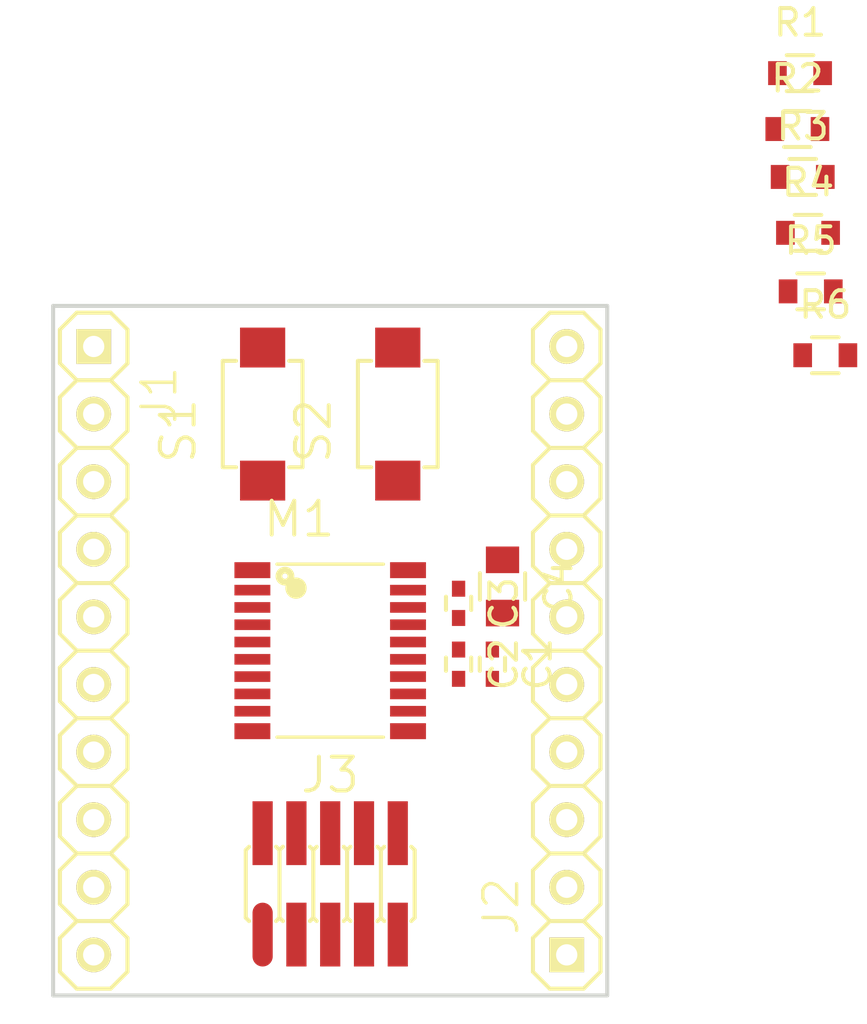
<source format=kicad_pcb>
(kicad_pcb (version 4) (host pcbnew 4.0.6-e0-6349~53~ubuntu16.04.1)

  (general
    (links 51)
    (no_connects 51)
    (area 0 0 0 0)
    (thickness 1.6)
    (drawings 4)
    (tracks 0)
    (zones 0)
    (modules 16)
    (nets 21)
  )

  (page A4)
  (layers
    (0 F.Cu signal)
    (31 B.Cu signal)
    (32 B.Adhes user)
    (33 F.Adhes user)
    (34 B.Paste user)
    (35 F.Paste user)
    (36 B.SilkS user)
    (37 F.SilkS user)
    (38 B.Mask user)
    (39 F.Mask user)
    (40 Dwgs.User user)
    (41 Cmts.User user)
    (42 Eco1.User user)
    (43 Eco2.User user)
    (44 Edge.Cuts user)
    (45 Margin user)
    (46 B.CrtYd user)
    (47 F.CrtYd user)
    (48 B.Fab user)
    (49 F.Fab user)
  )

  (setup
    (last_trace_width 0.25)
    (trace_clearance 0.2)
    (zone_clearance 0.508)
    (zone_45_only no)
    (trace_min 0.2)
    (segment_width 0.2)
    (edge_width 0.15)
    (via_size 0.6)
    (via_drill 0.4)
    (via_min_size 0.4)
    (via_min_drill 0.3)
    (uvia_size 0.3)
    (uvia_drill 0.1)
    (uvias_allowed no)
    (uvia_min_size 0.2)
    (uvia_min_drill 0.1)
    (pcb_text_width 0.3)
    (pcb_text_size 1.5 1.5)
    (mod_edge_width 0.15)
    (mod_text_size 1 1)
    (mod_text_width 0.15)
    (pad_size 1.524 1.524)
    (pad_drill 0.762)
    (pad_to_mask_clearance 0.2)
    (aux_axis_origin 0 0)
    (visible_elements FFFFFF7F)
    (pcbplotparams
      (layerselection 0x00030_80000001)
      (usegerberextensions false)
      (excludeedgelayer true)
      (linewidth 0.100000)
      (plotframeref false)
      (viasonmask false)
      (mode 1)
      (useauxorigin false)
      (hpglpennumber 1)
      (hpglpenspeed 20)
      (hpglpendiameter 15)
      (hpglpenoverlay 2)
      (psnegative false)
      (psa4output false)
      (plotreference true)
      (plotvalue true)
      (plotinvisibletext false)
      (padsonsilk false)
      (subtractmaskfromsilk false)
      (outputformat 1)
      (mirror false)
      (drillshape 1)
      (scaleselection 1)
      (outputdirectory ""))
  )

  (net 0 "")
  (net 1 /VCC)
  (net 2 /GND)
  (net 3 /PIO0_23)
  (net 4 /PIO0_17)
  (net 5 /PIO0_13)
  (net 6 /PIO0_12)
  (net 7 /PIO0_5)
  (net 8 /PIO0_4)
  (net 9 /PIO0_3)
  (net 10 /PIO0_2)
  (net 11 /PIO0_11)
  (net 12 /PIO0_10)
  (net 13 /PIO0_15)
  (net 14 /PIO0_1)
  (net 15 /PIO0_9)
  (net 16 /PIO0_8)
  (net 17 /AGND)
  (net 18 /AVCC)
  (net 19 /PIO0_0)
  (net 20 /PIO0_14)

  (net_class Default "This is the default net class."
    (clearance 0.2)
    (trace_width 0.25)
    (via_dia 0.6)
    (via_drill 0.4)
    (uvia_dia 0.3)
    (uvia_drill 0.1)
    (add_net /AGND)
    (add_net /AVCC)
    (add_net /GND)
    (add_net /PIO0_0)
    (add_net /PIO0_1)
    (add_net /PIO0_10)
    (add_net /PIO0_11)
    (add_net /PIO0_12)
    (add_net /PIO0_13)
    (add_net /PIO0_14)
    (add_net /PIO0_15)
    (add_net /PIO0_17)
    (add_net /PIO0_2)
    (add_net /PIO0_23)
    (add_net /PIO0_3)
    (add_net /PIO0_4)
    (add_net /PIO0_5)
    (add_net /PIO0_8)
    (add_net /PIO0_9)
    (add_net /VCC)
  )

  (module SquantorConnectors:SquantorConnectors-1X10_SMALL (layer F.Cu) (tedit 58010A3D) (tstamp 5874CC83)
    (at 139.7 101.6 270)
    (path /587405C9)
    (attr virtual)
    (fp_text reference J1 (at -9.6012 -2.4638 270) (layer F.SilkS)
      (effects (font (size 1.27 1.27) (thickness 0.127)))
    )
    (fp_text value PINS_1X10 (at -7 2.6 270) (layer F.Fab)
      (effects (font (size 1.27 1.27) (thickness 0.1016)))
    )
    (fp_line (start 7.62 -0.635) (end 8.255 -1.27) (layer F.SilkS) (width 0.1524))
    (fp_line (start 8.255 -1.27) (end 9.525 -1.27) (layer F.SilkS) (width 0.1524))
    (fp_line (start 9.525 -1.27) (end 10.16 -0.635) (layer F.SilkS) (width 0.1524))
    (fp_line (start 10.16 -0.635) (end 10.16 0.635) (layer F.SilkS) (width 0.1524))
    (fp_line (start 10.16 0.635) (end 9.525 1.27) (layer F.SilkS) (width 0.1524))
    (fp_line (start 9.525 1.27) (end 8.255 1.27) (layer F.SilkS) (width 0.1524))
    (fp_line (start 8.255 1.27) (end 7.62 0.635) (layer F.SilkS) (width 0.1524))
    (fp_line (start 3.175 -1.27) (end 4.445 -1.27) (layer F.SilkS) (width 0.1524))
    (fp_line (start 4.445 -1.27) (end 5.08 -0.635) (layer F.SilkS) (width 0.1524))
    (fp_line (start 5.08 -0.635) (end 5.08 0.635) (layer F.SilkS) (width 0.1524))
    (fp_line (start 5.08 0.635) (end 4.445 1.27) (layer F.SilkS) (width 0.1524))
    (fp_line (start 5.08 -0.635) (end 5.715 -1.27) (layer F.SilkS) (width 0.1524))
    (fp_line (start 5.715 -1.27) (end 6.985 -1.27) (layer F.SilkS) (width 0.1524))
    (fp_line (start 6.985 -1.27) (end 7.62 -0.635) (layer F.SilkS) (width 0.1524))
    (fp_line (start 7.62 -0.635) (end 7.62 0.635) (layer F.SilkS) (width 0.1524))
    (fp_line (start 7.62 0.635) (end 6.985 1.27) (layer F.SilkS) (width 0.1524))
    (fp_line (start 6.985 1.27) (end 5.715 1.27) (layer F.SilkS) (width 0.1524))
    (fp_line (start 5.715 1.27) (end 5.08 0.635) (layer F.SilkS) (width 0.1524))
    (fp_line (start 0 -0.635) (end 0.635 -1.27) (layer F.SilkS) (width 0.1524))
    (fp_line (start 0.635 -1.27) (end 1.905 -1.27) (layer F.SilkS) (width 0.1524))
    (fp_line (start 1.905 -1.27) (end 2.54 -0.635) (layer F.SilkS) (width 0.1524))
    (fp_line (start 2.54 -0.635) (end 2.54 0.635) (layer F.SilkS) (width 0.1524))
    (fp_line (start 2.54 0.635) (end 1.905 1.27) (layer F.SilkS) (width 0.1524))
    (fp_line (start 1.905 1.27) (end 0.635 1.27) (layer F.SilkS) (width 0.1524))
    (fp_line (start 0.635 1.27) (end 0 0.635) (layer F.SilkS) (width 0.1524))
    (fp_line (start 3.175 -1.27) (end 2.54 -0.635) (layer F.SilkS) (width 0.1524))
    (fp_line (start 2.54 0.635) (end 3.175 1.27) (layer F.SilkS) (width 0.1524))
    (fp_line (start 4.445 1.27) (end 3.175 1.27) (layer F.SilkS) (width 0.1524))
    (fp_line (start -4.445 -1.27) (end -3.175 -1.27) (layer F.SilkS) (width 0.1524))
    (fp_line (start -3.175 -1.27) (end -2.54 -0.635) (layer F.SilkS) (width 0.1524))
    (fp_line (start -2.54 -0.635) (end -2.54 0.635) (layer F.SilkS) (width 0.1524))
    (fp_line (start -2.54 0.635) (end -3.175 1.27) (layer F.SilkS) (width 0.1524))
    (fp_line (start -2.54 -0.635) (end -1.905 -1.27) (layer F.SilkS) (width 0.1524))
    (fp_line (start -1.905 -1.27) (end -0.635 -1.27) (layer F.SilkS) (width 0.1524))
    (fp_line (start -0.635 -1.27) (end 0 -0.635) (layer F.SilkS) (width 0.1524))
    (fp_line (start 0 -0.635) (end 0 0.635) (layer F.SilkS) (width 0.1524))
    (fp_line (start 0 0.635) (end -0.635 1.27) (layer F.SilkS) (width 0.1524))
    (fp_line (start -0.635 1.27) (end -1.905 1.27) (layer F.SilkS) (width 0.1524))
    (fp_line (start -1.905 1.27) (end -2.54 0.635) (layer F.SilkS) (width 0.1524))
    (fp_line (start -7.62 -0.635) (end -6.985 -1.27) (layer F.SilkS) (width 0.1524))
    (fp_line (start -6.985 -1.27) (end -5.715 -1.27) (layer F.SilkS) (width 0.1524))
    (fp_line (start -5.715 -1.27) (end -5.08 -0.635) (layer F.SilkS) (width 0.1524))
    (fp_line (start -5.08 -0.635) (end -5.08 0.635) (layer F.SilkS) (width 0.1524))
    (fp_line (start -5.08 0.635) (end -5.715 1.27) (layer F.SilkS) (width 0.1524))
    (fp_line (start -5.715 1.27) (end -6.985 1.27) (layer F.SilkS) (width 0.1524))
    (fp_line (start -6.985 1.27) (end -7.62 0.635) (layer F.SilkS) (width 0.1524))
    (fp_line (start -4.445 -1.27) (end -5.08 -0.635) (layer F.SilkS) (width 0.1524))
    (fp_line (start -5.08 0.635) (end -4.445 1.27) (layer F.SilkS) (width 0.1524))
    (fp_line (start -3.175 1.27) (end -4.445 1.27) (layer F.SilkS) (width 0.1524))
    (fp_line (start -12.065 -1.27) (end -10.795 -1.27) (layer F.SilkS) (width 0.1524))
    (fp_line (start -10.795 -1.27) (end -10.16 -0.635) (layer F.SilkS) (width 0.1524))
    (fp_line (start -10.16 -0.635) (end -10.16 0.635) (layer F.SilkS) (width 0.1524))
    (fp_line (start -10.16 0.635) (end -10.795 1.27) (layer F.SilkS) (width 0.1524))
    (fp_line (start -10.16 -0.635) (end -9.525 -1.27) (layer F.SilkS) (width 0.1524))
    (fp_line (start -9.525 -1.27) (end -8.255 -1.27) (layer F.SilkS) (width 0.1524))
    (fp_line (start -8.255 -1.27) (end -7.62 -0.635) (layer F.SilkS) (width 0.1524))
    (fp_line (start -7.62 -0.635) (end -7.62 0.635) (layer F.SilkS) (width 0.1524))
    (fp_line (start -7.62 0.635) (end -8.255 1.27) (layer F.SilkS) (width 0.1524))
    (fp_line (start -8.255 1.27) (end -9.525 1.27) (layer F.SilkS) (width 0.1524))
    (fp_line (start -9.525 1.27) (end -10.16 0.635) (layer F.SilkS) (width 0.1524))
    (fp_line (start -12.7 -0.635) (end -12.7 0.635) (layer F.SilkS) (width 0.1524))
    (fp_line (start -12.065 -1.27) (end -12.7 -0.635) (layer F.SilkS) (width 0.1524))
    (fp_line (start -12.7 0.635) (end -12.065 1.27) (layer F.SilkS) (width 0.1524))
    (fp_line (start -10.795 1.27) (end -12.065 1.27) (layer F.SilkS) (width 0.1524))
    (fp_line (start 10.795 -1.27) (end 12.065 -1.27) (layer F.SilkS) (width 0.1524))
    (fp_line (start 12.065 -1.27) (end 12.7 -0.635) (layer F.SilkS) (width 0.1524))
    (fp_line (start 12.7 -0.635) (end 12.7 0.635) (layer F.SilkS) (width 0.1524))
    (fp_line (start 12.7 0.635) (end 12.065 1.27) (layer F.SilkS) (width 0.1524))
    (fp_line (start 10.795 -1.27) (end 10.16 -0.635) (layer F.SilkS) (width 0.1524))
    (fp_line (start 10.16 0.635) (end 10.795 1.27) (layer F.SilkS) (width 0.1524))
    (fp_line (start 12.065 1.27) (end 10.795 1.27) (layer F.SilkS) (width 0.1524))
    (pad 1 thru_hole rect (at -11.43 0 270) (size 1.30556 1.30556) (drill 0.79756) (layers *.Cu *.Mask F.Paste F.SilkS)
      (net 3 /PIO0_23))
    (pad 2 thru_hole circle (at -8.89 0 270) (size 1.30556 1.30556) (drill 0.79756) (layers *.Cu *.Mask F.Paste F.SilkS)
      (net 4 /PIO0_17))
    (pad 3 thru_hole circle (at -6.35 0 270) (size 1.30556 1.30556) (drill 0.79756) (layers *.Cu *.Mask F.Paste F.SilkS)
      (net 5 /PIO0_13))
    (pad 4 thru_hole circle (at -3.81 0 270) (size 1.30556 1.30556) (drill 0.79756) (layers *.Cu *.Mask F.Paste F.SilkS)
      (net 6 /PIO0_12))
    (pad 5 thru_hole circle (at -1.27 0 270) (size 1.30556 1.30556) (drill 0.79756) (layers *.Cu *.Mask F.Paste F.SilkS)
      (net 7 /PIO0_5))
    (pad 6 thru_hole circle (at 1.27 0 270) (size 1.30556 1.30556) (drill 0.79756) (layers *.Cu *.Mask F.Paste F.SilkS)
      (net 8 /PIO0_4))
    (pad 7 thru_hole circle (at 3.81 0 270) (size 1.30556 1.30556) (drill 0.79756) (layers *.Cu *.Mask F.Paste F.SilkS)
      (net 9 /PIO0_3))
    (pad 8 thru_hole circle (at 6.35 0 270) (size 1.30556 1.30556) (drill 0.79756) (layers *.Cu *.Mask F.Paste F.SilkS)
      (net 10 /PIO0_2))
    (pad 9 thru_hole circle (at 8.89 0 270) (size 1.30556 1.30556) (drill 0.79756) (layers *.Cu *.Mask F.Paste F.SilkS)
      (net 11 /PIO0_11))
    (pad 10 thru_hole circle (at 11.43 0 270) (size 1.30556 1.30556) (drill 0.79756) (layers *.Cu *.Mask F.Paste F.SilkS)
      (net 12 /PIO0_10))
  )

  (module SquantorConnectors:SquantorConnectors-1X10_SMALL (layer F.Cu) (tedit 58010A3D) (tstamp 5874CC91)
    (at 157.48 101.6 90)
    (path /58740670)
    (attr virtual)
    (fp_text reference J2 (at -9.6012 -2.4638 90) (layer F.SilkS)
      (effects (font (size 1.27 1.27) (thickness 0.127)))
    )
    (fp_text value PINS_1X10 (at -7 2.6 90) (layer F.Fab)
      (effects (font (size 1.27 1.27) (thickness 0.1016)))
    )
    (fp_line (start 7.62 -0.635) (end 8.255 -1.27) (layer F.SilkS) (width 0.1524))
    (fp_line (start 8.255 -1.27) (end 9.525 -1.27) (layer F.SilkS) (width 0.1524))
    (fp_line (start 9.525 -1.27) (end 10.16 -0.635) (layer F.SilkS) (width 0.1524))
    (fp_line (start 10.16 -0.635) (end 10.16 0.635) (layer F.SilkS) (width 0.1524))
    (fp_line (start 10.16 0.635) (end 9.525 1.27) (layer F.SilkS) (width 0.1524))
    (fp_line (start 9.525 1.27) (end 8.255 1.27) (layer F.SilkS) (width 0.1524))
    (fp_line (start 8.255 1.27) (end 7.62 0.635) (layer F.SilkS) (width 0.1524))
    (fp_line (start 3.175 -1.27) (end 4.445 -1.27) (layer F.SilkS) (width 0.1524))
    (fp_line (start 4.445 -1.27) (end 5.08 -0.635) (layer F.SilkS) (width 0.1524))
    (fp_line (start 5.08 -0.635) (end 5.08 0.635) (layer F.SilkS) (width 0.1524))
    (fp_line (start 5.08 0.635) (end 4.445 1.27) (layer F.SilkS) (width 0.1524))
    (fp_line (start 5.08 -0.635) (end 5.715 -1.27) (layer F.SilkS) (width 0.1524))
    (fp_line (start 5.715 -1.27) (end 6.985 -1.27) (layer F.SilkS) (width 0.1524))
    (fp_line (start 6.985 -1.27) (end 7.62 -0.635) (layer F.SilkS) (width 0.1524))
    (fp_line (start 7.62 -0.635) (end 7.62 0.635) (layer F.SilkS) (width 0.1524))
    (fp_line (start 7.62 0.635) (end 6.985 1.27) (layer F.SilkS) (width 0.1524))
    (fp_line (start 6.985 1.27) (end 5.715 1.27) (layer F.SilkS) (width 0.1524))
    (fp_line (start 5.715 1.27) (end 5.08 0.635) (layer F.SilkS) (width 0.1524))
    (fp_line (start 0 -0.635) (end 0.635 -1.27) (layer F.SilkS) (width 0.1524))
    (fp_line (start 0.635 -1.27) (end 1.905 -1.27) (layer F.SilkS) (width 0.1524))
    (fp_line (start 1.905 -1.27) (end 2.54 -0.635) (layer F.SilkS) (width 0.1524))
    (fp_line (start 2.54 -0.635) (end 2.54 0.635) (layer F.SilkS) (width 0.1524))
    (fp_line (start 2.54 0.635) (end 1.905 1.27) (layer F.SilkS) (width 0.1524))
    (fp_line (start 1.905 1.27) (end 0.635 1.27) (layer F.SilkS) (width 0.1524))
    (fp_line (start 0.635 1.27) (end 0 0.635) (layer F.SilkS) (width 0.1524))
    (fp_line (start 3.175 -1.27) (end 2.54 -0.635) (layer F.SilkS) (width 0.1524))
    (fp_line (start 2.54 0.635) (end 3.175 1.27) (layer F.SilkS) (width 0.1524))
    (fp_line (start 4.445 1.27) (end 3.175 1.27) (layer F.SilkS) (width 0.1524))
    (fp_line (start -4.445 -1.27) (end -3.175 -1.27) (layer F.SilkS) (width 0.1524))
    (fp_line (start -3.175 -1.27) (end -2.54 -0.635) (layer F.SilkS) (width 0.1524))
    (fp_line (start -2.54 -0.635) (end -2.54 0.635) (layer F.SilkS) (width 0.1524))
    (fp_line (start -2.54 0.635) (end -3.175 1.27) (layer F.SilkS) (width 0.1524))
    (fp_line (start -2.54 -0.635) (end -1.905 -1.27) (layer F.SilkS) (width 0.1524))
    (fp_line (start -1.905 -1.27) (end -0.635 -1.27) (layer F.SilkS) (width 0.1524))
    (fp_line (start -0.635 -1.27) (end 0 -0.635) (layer F.SilkS) (width 0.1524))
    (fp_line (start 0 -0.635) (end 0 0.635) (layer F.SilkS) (width 0.1524))
    (fp_line (start 0 0.635) (end -0.635 1.27) (layer F.SilkS) (width 0.1524))
    (fp_line (start -0.635 1.27) (end -1.905 1.27) (layer F.SilkS) (width 0.1524))
    (fp_line (start -1.905 1.27) (end -2.54 0.635) (layer F.SilkS) (width 0.1524))
    (fp_line (start -7.62 -0.635) (end -6.985 -1.27) (layer F.SilkS) (width 0.1524))
    (fp_line (start -6.985 -1.27) (end -5.715 -1.27) (layer F.SilkS) (width 0.1524))
    (fp_line (start -5.715 -1.27) (end -5.08 -0.635) (layer F.SilkS) (width 0.1524))
    (fp_line (start -5.08 -0.635) (end -5.08 0.635) (layer F.SilkS) (width 0.1524))
    (fp_line (start -5.08 0.635) (end -5.715 1.27) (layer F.SilkS) (width 0.1524))
    (fp_line (start -5.715 1.27) (end -6.985 1.27) (layer F.SilkS) (width 0.1524))
    (fp_line (start -6.985 1.27) (end -7.62 0.635) (layer F.SilkS) (width 0.1524))
    (fp_line (start -4.445 -1.27) (end -5.08 -0.635) (layer F.SilkS) (width 0.1524))
    (fp_line (start -5.08 0.635) (end -4.445 1.27) (layer F.SilkS) (width 0.1524))
    (fp_line (start -3.175 1.27) (end -4.445 1.27) (layer F.SilkS) (width 0.1524))
    (fp_line (start -12.065 -1.27) (end -10.795 -1.27) (layer F.SilkS) (width 0.1524))
    (fp_line (start -10.795 -1.27) (end -10.16 -0.635) (layer F.SilkS) (width 0.1524))
    (fp_line (start -10.16 -0.635) (end -10.16 0.635) (layer F.SilkS) (width 0.1524))
    (fp_line (start -10.16 0.635) (end -10.795 1.27) (layer F.SilkS) (width 0.1524))
    (fp_line (start -10.16 -0.635) (end -9.525 -1.27) (layer F.SilkS) (width 0.1524))
    (fp_line (start -9.525 -1.27) (end -8.255 -1.27) (layer F.SilkS) (width 0.1524))
    (fp_line (start -8.255 -1.27) (end -7.62 -0.635) (layer F.SilkS) (width 0.1524))
    (fp_line (start -7.62 -0.635) (end -7.62 0.635) (layer F.SilkS) (width 0.1524))
    (fp_line (start -7.62 0.635) (end -8.255 1.27) (layer F.SilkS) (width 0.1524))
    (fp_line (start -8.255 1.27) (end -9.525 1.27) (layer F.SilkS) (width 0.1524))
    (fp_line (start -9.525 1.27) (end -10.16 0.635) (layer F.SilkS) (width 0.1524))
    (fp_line (start -12.7 -0.635) (end -12.7 0.635) (layer F.SilkS) (width 0.1524))
    (fp_line (start -12.065 -1.27) (end -12.7 -0.635) (layer F.SilkS) (width 0.1524))
    (fp_line (start -12.7 0.635) (end -12.065 1.27) (layer F.SilkS) (width 0.1524))
    (fp_line (start -10.795 1.27) (end -12.065 1.27) (layer F.SilkS) (width 0.1524))
    (fp_line (start 10.795 -1.27) (end 12.065 -1.27) (layer F.SilkS) (width 0.1524))
    (fp_line (start 12.065 -1.27) (end 12.7 -0.635) (layer F.SilkS) (width 0.1524))
    (fp_line (start 12.7 -0.635) (end 12.7 0.635) (layer F.SilkS) (width 0.1524))
    (fp_line (start 12.7 0.635) (end 12.065 1.27) (layer F.SilkS) (width 0.1524))
    (fp_line (start 10.795 -1.27) (end 10.16 -0.635) (layer F.SilkS) (width 0.1524))
    (fp_line (start 10.16 0.635) (end 10.795 1.27) (layer F.SilkS) (width 0.1524))
    (fp_line (start 12.065 1.27) (end 10.795 1.27) (layer F.SilkS) (width 0.1524))
    (pad 1 thru_hole rect (at -11.43 0 90) (size 1.30556 1.30556) (drill 0.79756) (layers *.Cu *.Mask F.Paste F.SilkS)
      (net 13 /PIO0_15))
    (pad 2 thru_hole circle (at -8.89 0 90) (size 1.30556 1.30556) (drill 0.79756) (layers *.Cu *.Mask F.Paste F.SilkS)
      (net 14 /PIO0_1))
    (pad 3 thru_hole circle (at -6.35 0 90) (size 1.30556 1.30556) (drill 0.79756) (layers *.Cu *.Mask F.Paste F.SilkS)
      (net 15 /PIO0_9))
    (pad 4 thru_hole circle (at -3.81 0 90) (size 1.30556 1.30556) (drill 0.79756) (layers *.Cu *.Mask F.Paste F.SilkS)
      (net 16 /PIO0_8))
    (pad 5 thru_hole circle (at -1.27 0 90) (size 1.30556 1.30556) (drill 0.79756) (layers *.Cu *.Mask F.Paste F.SilkS)
      (net 2 /GND))
    (pad 6 thru_hole circle (at 1.27 0 90) (size 1.30556 1.30556) (drill 0.79756) (layers *.Cu *.Mask F.Paste F.SilkS)
      (net 1 /VCC))
    (pad 7 thru_hole circle (at 3.81 0 90) (size 1.30556 1.30556) (drill 0.79756) (layers *.Cu *.Mask F.Paste F.SilkS)
      (net 17 /AGND))
    (pad 8 thru_hole circle (at 6.35 0 90) (size 1.30556 1.30556) (drill 0.79756) (layers *.Cu *.Mask F.Paste F.SilkS)
      (net 18 /AVCC))
    (pad 9 thru_hole circle (at 8.89 0 90) (size 1.30556 1.30556) (drill 0.79756) (layers *.Cu *.Mask F.Paste F.SilkS)
      (net 19 /PIO0_0))
    (pad 10 thru_hole circle (at 11.43 0 90) (size 1.30556 1.30556) (drill 0.79756) (layers *.Cu *.Mask F.Paste F.SilkS)
      (net 20 /PIO0_14))
  )

  (module SquantorIC:SOT360 (layer F.Cu) (tedit 587401B3) (tstamp 5874CCC5)
    (at 148.59 101.6 270)
    (descr "<li><b>SOT360</b><hr>\n<ul><li>TSSOP20: plastic thin shrink small outline package; 20 leads; body width 4.4 mm\n<li><u>JEDEC</u>: MO-153\n<li><u>IEC</u>: </ul>")
    (path /58740428)
    (fp_text reference M1 (at -4.2 2.6 360) (layer F.SilkS)
      (effects (font (size 1.27 1.27) (thickness 0.15)) (justify left bottom))
    )
    (fp_text value LPC824M201JDH20 (at 5.3 3.6 360) (layer F.Fab)
      (effects (font (size 1.27 1.27) (thickness 0.15)) (justify left bottom))
    )
    (fp_circle (center -2.8 1.7) (end -2.9 1.7) (layer F.SilkS) (width 0.254))
    (fp_line (start -3.25 -2.2) (end 3.25 -2.2) (layer Dwgs.User) (width 0.127))
    (fp_line (start 3.25 -2.2) (end 3.25 2.2) (layer Dwgs.User) (width 0.127))
    (fp_line (start 3.25 2.2) (end -3.25 2.2) (layer Dwgs.User) (width 0.127))
    (fp_line (start -3.25 2.2) (end -3.25 -2.2) (layer Dwgs.User) (width 0.127))
    (fp_line (start -3.25 -2) (end -3.25 2) (layer F.SilkS) (width 0.127))
    (fp_line (start 3.25 -2) (end 3.25 2) (layer F.SilkS) (width 0.127))
    (fp_circle (center -2.35 1.285) (end -1.95 1.285) (layer F.SilkS) (width 0))
    (fp_poly (pts (xy 0.2 -2.2) (xy 0.45 -2.2) (xy 0.45 -3.2) (xy 0.2 -3.2)) (layer Dwgs.User) (width 0))
    (fp_poly (pts (xy -0.45 -2.2) (xy -0.2 -2.2) (xy -0.2 -3.2) (xy -0.45 -3.2)) (layer Dwgs.User) (width 0))
    (fp_poly (pts (xy -1.1 -2.2) (xy -0.85 -2.2) (xy -0.85 -3.2) (xy -1.1 -3.2)) (layer Dwgs.User) (width 0))
    (fp_poly (pts (xy -1.75 -2.2) (xy -1.5 -2.2) (xy -1.5 -3.2) (xy -1.75 -3.2)) (layer Dwgs.User) (width 0))
    (fp_poly (pts (xy -2.4 -2.2) (xy -2.15 -2.2) (xy -2.15 -3.2) (xy -2.4 -3.2)) (layer Dwgs.User) (width 0))
    (fp_poly (pts (xy -3.05 -2.2) (xy -2.8 -2.2) (xy -2.8 -3.2) (xy -3.05 -3.2)) (layer Dwgs.User) (width 0))
    (fp_poly (pts (xy 0.85 -2.2) (xy 1.1 -2.2) (xy 1.1 -3.2) (xy 0.85 -3.2)) (layer Dwgs.User) (width 0))
    (fp_poly (pts (xy 1.5 -2.2) (xy 1.75 -2.2) (xy 1.75 -3.2) (xy 1.5 -3.2)) (layer Dwgs.User) (width 0))
    (fp_poly (pts (xy 2.15 -2.2) (xy 2.4 -2.2) (xy 2.4 -3.2) (xy 2.15 -3.2)) (layer Dwgs.User) (width 0))
    (fp_poly (pts (xy 2.8 -2.2) (xy 3.05 -2.2) (xy 3.05 -3.2) (xy 2.8 -3.2)) (layer Dwgs.User) (width 0))
    (fp_poly (pts (xy -3.05 3.2) (xy -2.8 3.2) (xy -2.8 2.2) (xy -3.05 2.2)) (layer Dwgs.User) (width 0))
    (fp_poly (pts (xy -2.4 3.2) (xy -2.15 3.2) (xy -2.15 2.2) (xy -2.4 2.2)) (layer Dwgs.User) (width 0))
    (fp_poly (pts (xy -1.75 3.2) (xy -1.5 3.2) (xy -1.5 2.2) (xy -1.75 2.2)) (layer Dwgs.User) (width 0))
    (fp_poly (pts (xy -1.1 3.2) (xy -0.85 3.2) (xy -0.85 2.2) (xy -1.1 2.2)) (layer Dwgs.User) (width 0))
    (fp_poly (pts (xy -0.45 3.2) (xy -0.2 3.2) (xy -0.2 2.2) (xy -0.45 2.2)) (layer Dwgs.User) (width 0))
    (fp_poly (pts (xy 0.2 3.2) (xy 0.45 3.2) (xy 0.45 2.2) (xy 0.2 2.2)) (layer Dwgs.User) (width 0))
    (fp_poly (pts (xy 0.85 3.2) (xy 1.1 3.2) (xy 1.1 2.2) (xy 0.85 2.2)) (layer Dwgs.User) (width 0))
    (fp_poly (pts (xy 1.5 3.2) (xy 1.75 3.2) (xy 1.75 2.2) (xy 1.5 2.2)) (layer Dwgs.User) (width 0))
    (fp_poly (pts (xy 2.15 3.2) (xy 2.4 3.2) (xy 2.4 2.2) (xy 2.15 2.2)) (layer Dwgs.User) (width 0))
    (fp_poly (pts (xy 2.8 3.2) (xy 3.05 3.2) (xy 3.05 2.2) (xy 2.8 2.2)) (layer Dwgs.User) (width 0))
    (pad 15 smd rect (at 0.325 -2.925 270) (size 0.4 1.35) (layers F.Cu F.Paste F.Mask)
      (net 2 /GND))
    (pad 16 smd rect (at -0.325 -2.925 270) (size 0.4 1.35) (layers F.Cu F.Paste F.Mask)
      (net 1 /VCC))
    (pad 17 smd rect (at -0.975 -2.925 270) (size 0.4 1.35) (layers F.Cu F.Paste F.Mask)
      (net 17 /AGND))
    (pad 18 smd rect (at -1.625 -2.925 270) (size 0.4 1.35) (layers F.Cu F.Paste F.Mask)
      (net 18 /AVCC))
    (pad 19 smd rect (at -2.275 -2.925 270) (size 0.4 1.35) (layers F.Cu F.Paste F.Mask)
      (net 19 /PIO0_0))
    (pad 20 smd rect (at -3.025 -2.925 270) (size 0.6 1.35) (layers F.Cu F.Paste F.Mask)
      (net 20 /PIO0_14))
    (pad 14 smd rect (at 0.975 -2.925 270) (size 0.4 1.35) (layers F.Cu F.Paste F.Mask)
      (net 16 /PIO0_8))
    (pad 13 smd rect (at 1.625 -2.925 270) (size 0.4 1.35) (layers F.Cu F.Paste F.Mask)
      (net 15 /PIO0_9))
    (pad 12 smd rect (at 2.275 -2.925 270) (size 0.4 1.35) (layers F.Cu F.Paste F.Mask)
      (net 14 /PIO0_1))
    (pad 11 smd rect (at 3.025 -2.925 270) (size 0.6 1.35) (layers F.Cu F.Paste F.Mask)
      (net 13 /PIO0_15))
    (pad 5 smd rect (at -0.325 2.925 270) (size 0.4 1.35) (layers F.Cu F.Paste F.Mask)
      (net 7 /PIO0_5))
    (pad 4 smd rect (at -0.975 2.925 270) (size 0.4 1.35) (layers F.Cu F.Paste F.Mask)
      (net 6 /PIO0_12))
    (pad 3 smd rect (at -1.625 2.925 270) (size 0.4 1.35) (layers F.Cu F.Paste F.Mask)
      (net 5 /PIO0_13))
    (pad 2 smd rect (at -2.275 2.925 270) (size 0.4 1.35) (layers F.Cu F.Paste F.Mask)
      (net 4 /PIO0_17))
    (pad 1 smd rect (at -3.025 2.925 270) (size 0.6 1.35) (layers F.Cu F.Paste F.Mask)
      (net 3 /PIO0_23))
    (pad 6 smd rect (at 0.325 2.925 270) (size 0.4 1.35) (layers F.Cu F.Paste F.Mask)
      (net 8 /PIO0_4))
    (pad 7 smd rect (at 0.975 2.925 270) (size 0.4 1.35) (layers F.Cu F.Paste F.Mask)
      (net 9 /PIO0_3))
    (pad 8 smd rect (at 1.625 2.925 270) (size 0.4 1.35) (layers F.Cu F.Paste F.Mask)
      (net 10 /PIO0_2))
    (pad 9 smd rect (at 2.275 2.925 270) (size 0.4 1.35) (layers F.Cu F.Paste F.Mask)
      (net 11 /PIO0_11))
    (pad 10 smd rect (at 3.025 2.925 270) (size 0.6 1.35) (layers F.Cu F.Paste F.Mask)
      (net 12 /PIO0_10))
  )

  (module SquantorRcl:C_0805 (layer F.Cu) (tedit 5415D6EA) (tstamp 58D3D8FB)
    (at 155.067 99.187 270)
    (descr "Capacitor SMD 0805, reflow soldering, AVX (see smccp.pdf)")
    (tags "capacitor 0805")
    (path /58D18098)
    (attr smd)
    (fp_text reference C4 (at 0 -2.1 270) (layer F.SilkS)
      (effects (font (size 1 1) (thickness 0.15)))
    )
    (fp_text value 10u (at 0 2.1 270) (layer F.Fab)
      (effects (font (size 1 1) (thickness 0.15)))
    )
    (fp_line (start -1 0.625) (end -1 -0.625) (layer F.Fab) (width 0.15))
    (fp_line (start 1 0.625) (end -1 0.625) (layer F.Fab) (width 0.15))
    (fp_line (start 1 -0.625) (end 1 0.625) (layer F.Fab) (width 0.15))
    (fp_line (start -1 -0.625) (end 1 -0.625) (layer F.Fab) (width 0.15))
    (fp_line (start -1.8 -1) (end 1.8 -1) (layer F.CrtYd) (width 0.05))
    (fp_line (start -1.8 1) (end 1.8 1) (layer F.CrtYd) (width 0.05))
    (fp_line (start -1.8 -1) (end -1.8 1) (layer F.CrtYd) (width 0.05))
    (fp_line (start 1.8 -1) (end 1.8 1) (layer F.CrtYd) (width 0.05))
    (fp_line (start 0.5 -0.85) (end -0.5 -0.85) (layer F.SilkS) (width 0.15))
    (fp_line (start -0.5 0.85) (end 0.5 0.85) (layer F.SilkS) (width 0.15))
    (pad 1 smd rect (at -1 0 270) (size 1 1.25) (layers F.Cu F.Paste F.Mask)
      (net 18 /AVCC))
    (pad 2 smd rect (at 1 0 270) (size 1 1.25) (layers F.Cu F.Paste F.Mask)
      (net 17 /AGND))
    (model Capacitors_SMD.3dshapes/C_0805.wrl
      (at (xyz 0 0 0))
      (scale (xyz 1 1 1))
      (rotate (xyz 0 0 0))
    )
  )

  (module SquantorConnectors:Header-0127-2X05-SMD (layer F.Cu) (tedit 58D189FC) (tstamp 58D3D91E)
    (at 148.59 110.363)
    (path /58D19614)
    (attr smd)
    (fp_text reference J3 (at 0 -4.09) (layer F.SilkS)
      (effects (font (size 1.27 1.27) (thickness 0.15)))
    )
    (fp_text value JTAG_2X05 (at -0.02 4.27) (layer F.Fab)
      (effects (font (size 1.27 1.27) (thickness 0.15)))
    )
    (fp_line (start -0.635 -1.27) (end -0.762 -1.397) (layer F.SilkS) (width 0.15))
    (fp_line (start -0.635 -1.27) (end -0.508 -1.397) (layer F.SilkS) (width 0.15))
    (fp_line (start 0.635 -1.27) (end 0.508 -1.397) (layer F.SilkS) (width 0.15))
    (fp_line (start 0.635 -1.27) (end 0.762 -1.397) (layer F.SilkS) (width 0.15))
    (fp_line (start 1.905 -1.27) (end 1.778 -1.397) (layer F.SilkS) (width 0.15))
    (fp_line (start 1.905 -1.27) (end 2.032 -1.397) (layer F.SilkS) (width 0.15))
    (fp_line (start 3.175 -1.27) (end 3.048 -1.397) (layer F.SilkS) (width 0.15))
    (fp_line (start 3.175 1.27) (end 3.048 1.397) (layer F.SilkS) (width 0.15))
    (fp_line (start 1.905 1.27) (end 2.032 1.397) (layer F.SilkS) (width 0.15))
    (fp_line (start 1.778 1.397) (end 1.905 1.27) (layer F.SilkS) (width 0.15))
    (fp_line (start 1.905 1.27) (end 1.778 1.397) (layer F.SilkS) (width 0.15))
    (fp_line (start 0.635 1.27) (end 0.762 1.397) (layer F.SilkS) (width 0.15))
    (fp_line (start 0.635 1.27) (end 0.508 1.397) (layer F.SilkS) (width 0.15))
    (fp_line (start -0.635 1.27) (end -0.508 1.397) (layer F.SilkS) (width 0.15))
    (fp_line (start -0.635 1.27) (end -0.762 1.397) (layer F.SilkS) (width 0.15))
    (fp_line (start -1.905 1.27) (end -1.778 1.397) (layer F.SilkS) (width 0.15))
    (fp_line (start -1.905 1.27) (end -2.032 1.397) (layer F.SilkS) (width 0.15))
    (fp_line (start -3.175 1.27) (end -3.048 1.397) (layer F.SilkS) (width 0.15))
    (fp_line (start -1.905 -1.27) (end -1.778 -1.397) (layer F.SilkS) (width 0.15))
    (fp_line (start -1.905 -1.27) (end -2.032 -1.397) (layer F.SilkS) (width 0.15))
    (fp_line (start -3.175 -1.27) (end -3.048 -1.397) (layer F.SilkS) (width 0.15))
    (fp_line (start -3.175 1.27) (end -3.175 -1.27) (layer F.SilkS) (width 0.15))
    (fp_line (start -1.905 -1.27) (end -1.905 1.27) (layer F.SilkS) (width 0.1524))
    (fp_line (start -0.635 -1.27) (end -0.635 1.27) (layer F.SilkS) (width 0.1524))
    (fp_line (start 0.635 -1.27) (end 0.635 1.27) (layer F.SilkS) (width 0.1524))
    (fp_line (start 1.905 -1.27) (end 1.905 1.27) (layer F.SilkS) (width 0.1524))
    (fp_line (start 3.175 -1.27) (end 3.175 1.27) (layer F.SilkS) (width 0.1524))
    (pad 1 smd oval (at -2.54 1.905 90) (size 2.39776 0.75946) (layers F.Cu F.Paste F.Mask)
      (net 1 /VCC))
    (pad 2 smd rect (at -2.54 -1.905 90) (size 2.39776 0.75946) (layers F.Cu F.Paste F.Mask)
      (net 10 /PIO0_2))
    (pad 3 smd rect (at -1.27 1.905 90) (size 2.39776 0.75946) (layers F.Cu F.Paste F.Mask)
      (net 2 /GND))
    (pad 4 smd rect (at -1.27 -1.905 90) (size 2.39776 0.75946) (layers F.Cu F.Paste F.Mask)
      (net 9 /PIO0_3))
    (pad 5 smd rect (at 0 1.905 90) (size 2.39776 0.75946) (layers F.Cu F.Paste F.Mask)
      (net 2 /GND))
    (pad 6 smd rect (at 0 -1.905 90) (size 2.39776 0.75946) (layers F.Cu F.Paste F.Mask))
    (pad 7 smd rect (at 1.27 1.905 90) (size 2.39776 0.75946) (layers F.Cu F.Paste F.Mask))
    (pad 8 smd rect (at 1.27 -1.905 90) (size 2.39776 0.75946) (layers F.Cu F.Paste F.Mask))
    (pad 9 smd rect (at 2.54 1.905 90) (size 2.39776 0.75946) (layers F.Cu F.Paste F.Mask)
      (net 2 /GND))
    (pad 10 smd rect (at 2.54 -1.905 90) (size 2.39776 0.75946) (layers F.Cu F.Paste F.Mask)
      (net 7 /PIO0_5))
  )

  (module SquantorRcl:R_0603_hand (layer F.Cu) (tedit 587552B0) (tstamp 58D3D92E)
    (at 166.25 79.9)
    (descr "Resistor SMD 0603, reflow soldering, Vishay (see dcrcw.pdf)")
    (tags "resistor 0603")
    (path /58D1824F)
    (attr smd)
    (fp_text reference R1 (at 0 -1.9) (layer F.SilkS)
      (effects (font (size 1 1) (thickness 0.15)))
    )
    (fp_text value 0 (at 0 1.9) (layer F.Fab)
      (effects (font (size 1 1) (thickness 0.15)))
    )
    (fp_line (start -0.8 0.4) (end -0.8 -0.4) (layer F.Fab) (width 0.1))
    (fp_line (start 0.8 0.4) (end -0.8 0.4) (layer F.Fab) (width 0.1))
    (fp_line (start 0.8 -0.4) (end 0.8 0.4) (layer F.Fab) (width 0.1))
    (fp_line (start -0.8 -0.4) (end 0.8 -0.4) (layer F.Fab) (width 0.1))
    (fp_line (start -1.5 -0.8) (end 1.5 -0.8) (layer F.CrtYd) (width 0.05))
    (fp_line (start -1.5 0.8) (end 1.5 0.8) (layer F.CrtYd) (width 0.05))
    (fp_line (start -1.5 -0.8) (end -1.5 0.8) (layer F.CrtYd) (width 0.05))
    (fp_line (start 1.5 -0.8) (end 1.5 0.8) (layer F.CrtYd) (width 0.05))
    (fp_line (start 0.5 0.675) (end -0.5 0.675) (layer F.SilkS) (width 0.15))
    (fp_line (start -0.5 -0.675) (end 0.5 -0.675) (layer F.SilkS) (width 0.15))
    (pad 1 smd rect (at -0.85 0) (size 0.7 0.9) (layers F.Cu F.Paste F.Mask)
      (net 18 /AVCC))
    (pad 2 smd rect (at 0.85 0) (size 0.7 0.9) (layers F.Cu F.Paste F.Mask)
      (net 1 /VCC))
    (model Resistors_SMD.3dshapes/R_0603.wrl
      (at (xyz 0 0 0))
      (scale (xyz 1 1 1))
      (rotate (xyz 0 0 0))
    )
  )

  (module SquantorRcl:R_0603_hand (layer F.Cu) (tedit 587552B0) (tstamp 58D3D93E)
    (at 166.15 82)
    (descr "Resistor SMD 0603, reflow soldering, Vishay (see dcrcw.pdf)")
    (tags "resistor 0603")
    (path /58D18208)
    (attr smd)
    (fp_text reference R2 (at 0 -1.9) (layer F.SilkS)
      (effects (font (size 1 1) (thickness 0.15)))
    )
    (fp_text value 0 (at 0 1.9) (layer F.Fab)
      (effects (font (size 1 1) (thickness 0.15)))
    )
    (fp_line (start -0.8 0.4) (end -0.8 -0.4) (layer F.Fab) (width 0.1))
    (fp_line (start 0.8 0.4) (end -0.8 0.4) (layer F.Fab) (width 0.1))
    (fp_line (start 0.8 -0.4) (end 0.8 0.4) (layer F.Fab) (width 0.1))
    (fp_line (start -0.8 -0.4) (end 0.8 -0.4) (layer F.Fab) (width 0.1))
    (fp_line (start -1.5 -0.8) (end 1.5 -0.8) (layer F.CrtYd) (width 0.05))
    (fp_line (start -1.5 0.8) (end 1.5 0.8) (layer F.CrtYd) (width 0.05))
    (fp_line (start -1.5 -0.8) (end -1.5 0.8) (layer F.CrtYd) (width 0.05))
    (fp_line (start 1.5 -0.8) (end 1.5 0.8) (layer F.CrtYd) (width 0.05))
    (fp_line (start 0.5 0.675) (end -0.5 0.675) (layer F.SilkS) (width 0.15))
    (fp_line (start -0.5 -0.675) (end 0.5 -0.675) (layer F.SilkS) (width 0.15))
    (pad 1 smd rect (at -0.85 0) (size 0.7 0.9) (layers F.Cu F.Paste F.Mask)
      (net 17 /AGND))
    (pad 2 smd rect (at 0.85 0) (size 0.7 0.9) (layers F.Cu F.Paste F.Mask)
      (net 2 /GND))
    (model Resistors_SMD.3dshapes/R_0603.wrl
      (at (xyz 0 0 0))
      (scale (xyz 1 1 1))
      (rotate (xyz 0 0 0))
    )
  )

  (module SquantorRcl:R_0603_hand (layer F.Cu) (tedit 587552B0) (tstamp 58D3D94E)
    (at 166.35 83.8)
    (descr "Resistor SMD 0603, reflow soldering, Vishay (see dcrcw.pdf)")
    (tags "resistor 0603")
    (path /58D1C0F0)
    (attr smd)
    (fp_text reference R3 (at 0 -1.9) (layer F.SilkS)
      (effects (font (size 1 1) (thickness 0.15)))
    )
    (fp_text value 100k (at 0 1.9) (layer F.Fab)
      (effects (font (size 1 1) (thickness 0.15)))
    )
    (fp_line (start -0.8 0.4) (end -0.8 -0.4) (layer F.Fab) (width 0.1))
    (fp_line (start 0.8 0.4) (end -0.8 0.4) (layer F.Fab) (width 0.1))
    (fp_line (start 0.8 -0.4) (end 0.8 0.4) (layer F.Fab) (width 0.1))
    (fp_line (start -0.8 -0.4) (end 0.8 -0.4) (layer F.Fab) (width 0.1))
    (fp_line (start -1.5 -0.8) (end 1.5 -0.8) (layer F.CrtYd) (width 0.05))
    (fp_line (start -1.5 0.8) (end 1.5 0.8) (layer F.CrtYd) (width 0.05))
    (fp_line (start -1.5 -0.8) (end -1.5 0.8) (layer F.CrtYd) (width 0.05))
    (fp_line (start 1.5 -0.8) (end 1.5 0.8) (layer F.CrtYd) (width 0.05))
    (fp_line (start 0.5 0.675) (end -0.5 0.675) (layer F.SilkS) (width 0.15))
    (fp_line (start -0.5 -0.675) (end 0.5 -0.675) (layer F.SilkS) (width 0.15))
    (pad 1 smd rect (at -0.85 0) (size 0.7 0.9) (layers F.Cu F.Paste F.Mask)
      (net 1 /VCC))
    (pad 2 smd rect (at 0.85 0) (size 0.7 0.9) (layers F.Cu F.Paste F.Mask)
      (net 7 /PIO0_5))
    (model Resistors_SMD.3dshapes/R_0603.wrl
      (at (xyz 0 0 0))
      (scale (xyz 1 1 1))
      (rotate (xyz 0 0 0))
    )
  )

  (module SquantorRcl:R_0603_hand (layer F.Cu) (tedit 587552B0) (tstamp 58D3D95E)
    (at 166.55 85.9)
    (descr "Resistor SMD 0603, reflow soldering, Vishay (see dcrcw.pdf)")
    (tags "resistor 0603")
    (path /58D1C06B)
    (attr smd)
    (fp_text reference R4 (at 0 -1.9) (layer F.SilkS)
      (effects (font (size 1 1) (thickness 0.15)))
    )
    (fp_text value 10k (at 0 1.9) (layer F.Fab)
      (effects (font (size 1 1) (thickness 0.15)))
    )
    (fp_line (start -0.8 0.4) (end -0.8 -0.4) (layer F.Fab) (width 0.1))
    (fp_line (start 0.8 0.4) (end -0.8 0.4) (layer F.Fab) (width 0.1))
    (fp_line (start 0.8 -0.4) (end 0.8 0.4) (layer F.Fab) (width 0.1))
    (fp_line (start -0.8 -0.4) (end 0.8 -0.4) (layer F.Fab) (width 0.1))
    (fp_line (start -1.5 -0.8) (end 1.5 -0.8) (layer F.CrtYd) (width 0.05))
    (fp_line (start -1.5 0.8) (end 1.5 0.8) (layer F.CrtYd) (width 0.05))
    (fp_line (start -1.5 -0.8) (end -1.5 0.8) (layer F.CrtYd) (width 0.05))
    (fp_line (start 1.5 -0.8) (end 1.5 0.8) (layer F.CrtYd) (width 0.05))
    (fp_line (start 0.5 0.675) (end -0.5 0.675) (layer F.SilkS) (width 0.15))
    (fp_line (start -0.5 -0.675) (end 0.5 -0.675) (layer F.SilkS) (width 0.15))
    (pad 1 smd rect (at -0.85 0) (size 0.7 0.9) (layers F.Cu F.Paste F.Mask)
      (net 1 /VCC))
    (pad 2 smd rect (at 0.85 0) (size 0.7 0.9) (layers F.Cu F.Paste F.Mask)
      (net 6 /PIO0_12))
    (model Resistors_SMD.3dshapes/R_0603.wrl
      (at (xyz 0 0 0))
      (scale (xyz 1 1 1))
      (rotate (xyz 0 0 0))
    )
  )

  (module SquantorRcl:R_0603_hand (layer F.Cu) (tedit 587552B0) (tstamp 58D3D96E)
    (at 166.65 88.1)
    (descr "Resistor SMD 0603, reflow soldering, Vishay (see dcrcw.pdf)")
    (tags "resistor 0603")
    (path /58D1A6AE)
    (attr smd)
    (fp_text reference R5 (at 0 -1.9) (layer F.SilkS)
      (effects (font (size 1 1) (thickness 0.15)))
    )
    (fp_text value 10K (at 0 1.9) (layer F.Fab)
      (effects (font (size 1 1) (thickness 0.15)))
    )
    (fp_line (start -0.8 0.4) (end -0.8 -0.4) (layer F.Fab) (width 0.1))
    (fp_line (start 0.8 0.4) (end -0.8 0.4) (layer F.Fab) (width 0.1))
    (fp_line (start 0.8 -0.4) (end 0.8 0.4) (layer F.Fab) (width 0.1))
    (fp_line (start -0.8 -0.4) (end 0.8 -0.4) (layer F.Fab) (width 0.1))
    (fp_line (start -1.5 -0.8) (end 1.5 -0.8) (layer F.CrtYd) (width 0.05))
    (fp_line (start -1.5 0.8) (end 1.5 0.8) (layer F.CrtYd) (width 0.05))
    (fp_line (start -1.5 -0.8) (end -1.5 0.8) (layer F.CrtYd) (width 0.05))
    (fp_line (start 1.5 -0.8) (end 1.5 0.8) (layer F.CrtYd) (width 0.05))
    (fp_line (start 0.5 0.675) (end -0.5 0.675) (layer F.SilkS) (width 0.15))
    (fp_line (start -0.5 -0.675) (end 0.5 -0.675) (layer F.SilkS) (width 0.15))
    (pad 1 smd rect (at -0.85 0) (size 0.7 0.9) (layers F.Cu F.Paste F.Mask)
      (net 1 /VCC))
    (pad 2 smd rect (at 0.85 0) (size 0.7 0.9) (layers F.Cu F.Paste F.Mask)
      (net 10 /PIO0_2))
    (model Resistors_SMD.3dshapes/R_0603.wrl
      (at (xyz 0 0 0))
      (scale (xyz 1 1 1))
      (rotate (xyz 0 0 0))
    )
  )

  (module SquantorRcl:R_0603_hand (layer F.Cu) (tedit 587552B0) (tstamp 58D3D97E)
    (at 167.2 90.5)
    (descr "Resistor SMD 0603, reflow soldering, Vishay (see dcrcw.pdf)")
    (tags "resistor 0603")
    (path /58D1A649)
    (attr smd)
    (fp_text reference R6 (at 0 -1.9) (layer F.SilkS)
      (effects (font (size 1 1) (thickness 0.15)))
    )
    (fp_text value 10K (at 0 1.9) (layer F.Fab)
      (effects (font (size 1 1) (thickness 0.15)))
    )
    (fp_line (start -0.8 0.4) (end -0.8 -0.4) (layer F.Fab) (width 0.1))
    (fp_line (start 0.8 0.4) (end -0.8 0.4) (layer F.Fab) (width 0.1))
    (fp_line (start 0.8 -0.4) (end 0.8 0.4) (layer F.Fab) (width 0.1))
    (fp_line (start -0.8 -0.4) (end 0.8 -0.4) (layer F.Fab) (width 0.1))
    (fp_line (start -1.5 -0.8) (end 1.5 -0.8) (layer F.CrtYd) (width 0.05))
    (fp_line (start -1.5 0.8) (end 1.5 0.8) (layer F.CrtYd) (width 0.05))
    (fp_line (start -1.5 -0.8) (end -1.5 0.8) (layer F.CrtYd) (width 0.05))
    (fp_line (start 1.5 -0.8) (end 1.5 0.8) (layer F.CrtYd) (width 0.05))
    (fp_line (start 0.5 0.675) (end -0.5 0.675) (layer F.SilkS) (width 0.15))
    (fp_line (start -0.5 -0.675) (end 0.5 -0.675) (layer F.SilkS) (width 0.15))
    (pad 1 smd rect (at -0.85 0) (size 0.7 0.9) (layers F.Cu F.Paste F.Mask)
      (net 2 /GND))
    (pad 2 smd rect (at 0.85 0) (size 0.7 0.9) (layers F.Cu F.Paste F.Mask)
      (net 9 /PIO0_3))
    (model Resistors_SMD.3dshapes/R_0603.wrl
      (at (xyz 0 0 0))
      (scale (xyz 1 1 1))
      (rotate (xyz 0 0 0))
    )
  )

  (module SquantorButtons:TD-85XU (layer F.Cu) (tedit 58D18CAB) (tstamp 58D3D984)
    (at 146.05 92.71 90)
    (path /58D1B11C)
    (attr smd)
    (fp_text reference S1 (at -0.635 -3.175 90) (layer F.SilkS)
      (effects (font (size 1.27 1.27) (thickness 0.15)))
    )
    (fp_text value 2pin_tact_switch (at 0 3.175 90) (layer F.Fab)
      (effects (font (size 1.27 1.27) (thickness 0.15)))
    )
    (fp_line (start -1.99898 -1.4986) (end -1.99898 -0.99822) (layer F.SilkS) (width 0.15))
    (fp_line (start -1.99898 0.99822) (end -1.99898 1.4986) (layer F.SilkS) (width 0.15))
    (fp_line (start -1.99898 1.4986) (end 1.99898 1.4986) (layer F.SilkS) (width 0.15))
    (fp_line (start 1.99898 1.4986) (end 1.99898 0.99822) (layer F.SilkS) (width 0.15))
    (fp_line (start 1.99898 -0.99822) (end 1.99898 -1.4986) (layer F.SilkS) (width 0.15))
    (fp_line (start 1.99898 -1.4986) (end -1.99898 -1.4986) (layer F.SilkS) (width 0.15))
    (pad 1 smd rect (at -2.49936 0 90) (size 1.4986 1.69926) (layers F.Cu F.Paste F.Mask)
      (net 7 /PIO0_5))
    (pad 2 smd rect (at 2.49936 0 90) (size 1.4986 1.69926) (layers F.Cu F.Paste F.Mask)
      (net 2 /GND))
  )

  (module SquantorButtons:TD-85XU (layer F.Cu) (tedit 58D18CAB) (tstamp 58D3D98A)
    (at 151.13 92.71 90)
    (path /58D1B1A1)
    (attr smd)
    (fp_text reference S2 (at -0.635 -3.175 90) (layer F.SilkS)
      (effects (font (size 1.27 1.27) (thickness 0.15)))
    )
    (fp_text value 2pin_tact_switch (at 0 3.175 90) (layer F.Fab)
      (effects (font (size 1.27 1.27) (thickness 0.15)))
    )
    (fp_line (start -1.99898 -1.4986) (end -1.99898 -0.99822) (layer F.SilkS) (width 0.15))
    (fp_line (start -1.99898 0.99822) (end -1.99898 1.4986) (layer F.SilkS) (width 0.15))
    (fp_line (start -1.99898 1.4986) (end 1.99898 1.4986) (layer F.SilkS) (width 0.15))
    (fp_line (start 1.99898 1.4986) (end 1.99898 0.99822) (layer F.SilkS) (width 0.15))
    (fp_line (start 1.99898 -0.99822) (end 1.99898 -1.4986) (layer F.SilkS) (width 0.15))
    (fp_line (start 1.99898 -1.4986) (end -1.99898 -1.4986) (layer F.SilkS) (width 0.15))
    (pad 1 smd rect (at -2.49936 0 90) (size 1.4986 1.69926) (layers F.Cu F.Paste F.Mask)
      (net 6 /PIO0_12))
    (pad 2 smd rect (at 2.49936 0 90) (size 1.4986 1.69926) (layers F.Cu F.Paste F.Mask)
      (net 2 /GND))
  )

  (module SquantorRcl:C_0402 (layer F.Cu) (tedit 58D18F8A) (tstamp 58D3D8EB)
    (at 153.416 99.822 270)
    (descr "Capacitor SMD 0402, reflow soldering, AVX (see smccp.pdf)")
    (tags "capacitor 0402")
    (path /58D17FF1)
    (attr smd)
    (fp_text reference C3 (at 0 -1.7 270) (layer F.SilkS)
      (effects (font (size 1 1) (thickness 0.15)))
    )
    (fp_text value 100n (at 0 1.7 270) (layer F.Fab)
      (effects (font (size 1 1) (thickness 0.15)))
    )
    (fp_line (start -0.5 0.25) (end -0.5 -0.25) (layer F.Fab) (width 0.15))
    (fp_line (start 0.5 0.25) (end -0.5 0.25) (layer F.Fab) (width 0.15))
    (fp_line (start 0.5 -0.25) (end 0.5 0.25) (layer F.Fab) (width 0.15))
    (fp_line (start -0.5 -0.25) (end 0.5 -0.25) (layer F.Fab) (width 0.15))
    (fp_line (start -1.15 -0.6) (end 1.15 -0.6) (layer F.CrtYd) (width 0.05))
    (fp_line (start -1.15 0.6) (end 1.15 0.6) (layer F.CrtYd) (width 0.05))
    (fp_line (start -1.15 -0.6) (end -1.15 0.6) (layer F.CrtYd) (width 0.05))
    (fp_line (start 1.15 -0.6) (end 1.15 0.6) (layer F.CrtYd) (width 0.05))
    (fp_line (start 0.25 -0.475) (end -0.25 -0.475) (layer F.SilkS) (width 0.15))
    (fp_line (start -0.25 0.475) (end 0.25 0.475) (layer F.SilkS) (width 0.15))
    (pad 1 smd rect (at -0.55 0 270) (size 0.6 0.5) (layers F.Cu F.Paste F.Mask)
      (net 18 /AVCC) (solder_mask_margin 0.1))
    (pad 2 smd rect (at 0.55 0 270) (size 0.6 0.5) (layers F.Cu F.Paste F.Mask)
      (net 17 /AGND) (solder_mask_margin 0.1))
    (model Capacitors_SMD.3dshapes/C_0402.wrl
      (at (xyz 0 0 0))
      (scale (xyz 1 1 1))
      (rotate (xyz 0 0 0))
    )
  )

  (module SquantorRcl:C_0402 (layer F.Cu) (tedit 58D18F8A) (tstamp 58D3D8DB)
    (at 153.416 102.108 270)
    (descr "Capacitor SMD 0402, reflow soldering, AVX (see smccp.pdf)")
    (tags "capacitor 0402")
    (path /58D17C4B)
    (attr smd)
    (fp_text reference C2 (at 0 -1.7 270) (layer F.SilkS)
      (effects (font (size 1 1) (thickness 0.15)))
    )
    (fp_text value 10n (at 0 1.7 270) (layer F.Fab)
      (effects (font (size 1 1) (thickness 0.15)))
    )
    (fp_line (start -0.5 0.25) (end -0.5 -0.25) (layer F.Fab) (width 0.15))
    (fp_line (start 0.5 0.25) (end -0.5 0.25) (layer F.Fab) (width 0.15))
    (fp_line (start 0.5 -0.25) (end 0.5 0.25) (layer F.Fab) (width 0.15))
    (fp_line (start -0.5 -0.25) (end 0.5 -0.25) (layer F.Fab) (width 0.15))
    (fp_line (start -1.15 -0.6) (end 1.15 -0.6) (layer F.CrtYd) (width 0.05))
    (fp_line (start -1.15 0.6) (end 1.15 0.6) (layer F.CrtYd) (width 0.05))
    (fp_line (start -1.15 -0.6) (end -1.15 0.6) (layer F.CrtYd) (width 0.05))
    (fp_line (start 1.15 -0.6) (end 1.15 0.6) (layer F.CrtYd) (width 0.05))
    (fp_line (start 0.25 -0.475) (end -0.25 -0.475) (layer F.SilkS) (width 0.15))
    (fp_line (start -0.25 0.475) (end 0.25 0.475) (layer F.SilkS) (width 0.15))
    (pad 1 smd rect (at -0.55 0 270) (size 0.6 0.5) (layers F.Cu F.Paste F.Mask)
      (net 1 /VCC) (solder_mask_margin 0.1))
    (pad 2 smd rect (at 0.55 0 270) (size 0.6 0.5) (layers F.Cu F.Paste F.Mask)
      (net 2 /GND) (solder_mask_margin 0.1))
    (model Capacitors_SMD.3dshapes/C_0402.wrl
      (at (xyz 0 0 0))
      (scale (xyz 1 1 1))
      (rotate (xyz 0 0 0))
    )
  )

  (module SquantorRcl:C_0402 (layer F.Cu) (tedit 58D18F8A) (tstamp 58D3D8BD)
    (at 154.686 102.108 270)
    (descr "Capacitor SMD 0402, reflow soldering, AVX (see smccp.pdf)")
    (tags "capacitor 0402")
    (path /587404D2)
    (attr smd)
    (fp_text reference C1 (at 0 -1.7 270) (layer F.SilkS)
      (effects (font (size 1 1) (thickness 0.15)))
    )
    (fp_text value 100n (at 0 1.7 270) (layer F.Fab)
      (effects (font (size 1 1) (thickness 0.15)))
    )
    (fp_line (start -0.5 0.25) (end -0.5 -0.25) (layer F.Fab) (width 0.15))
    (fp_line (start 0.5 0.25) (end -0.5 0.25) (layer F.Fab) (width 0.15))
    (fp_line (start 0.5 -0.25) (end 0.5 0.25) (layer F.Fab) (width 0.15))
    (fp_line (start -0.5 -0.25) (end 0.5 -0.25) (layer F.Fab) (width 0.15))
    (fp_line (start -1.15 -0.6) (end 1.15 -0.6) (layer F.CrtYd) (width 0.05))
    (fp_line (start -1.15 0.6) (end 1.15 0.6) (layer F.CrtYd) (width 0.05))
    (fp_line (start -1.15 -0.6) (end -1.15 0.6) (layer F.CrtYd) (width 0.05))
    (fp_line (start 1.15 -0.6) (end 1.15 0.6) (layer F.CrtYd) (width 0.05))
    (fp_line (start 0.25 -0.475) (end -0.25 -0.475) (layer F.SilkS) (width 0.15))
    (fp_line (start -0.25 0.475) (end 0.25 0.475) (layer F.SilkS) (width 0.15))
    (pad 1 smd rect (at -0.55 0 270) (size 0.6 0.5) (layers F.Cu F.Paste F.Mask)
      (net 1 /VCC) (solder_mask_margin 0.1))
    (pad 2 smd rect (at 0.55 0 270) (size 0.6 0.5) (layers F.Cu F.Paste F.Mask)
      (net 2 /GND) (solder_mask_margin 0.1))
    (model Capacitors_SMD.3dshapes/C_0402.wrl
      (at (xyz 0 0 0))
      (scale (xyz 1 1 1))
      (rotate (xyz 0 0 0))
    )
  )

  (gr_line (start 138.176 114.554) (end 138.176 88.646) (layer Edge.Cuts) (width 0.15))
  (gr_line (start 159.004 114.554) (end 138.176 114.554) (layer Edge.Cuts) (width 0.15))
  (gr_line (start 159.004 88.646) (end 159.004 114.554) (layer Edge.Cuts) (width 0.15))
  (gr_line (start 138.176 88.646) (end 159.004 88.646) (layer Edge.Cuts) (width 0.15))

)

</source>
